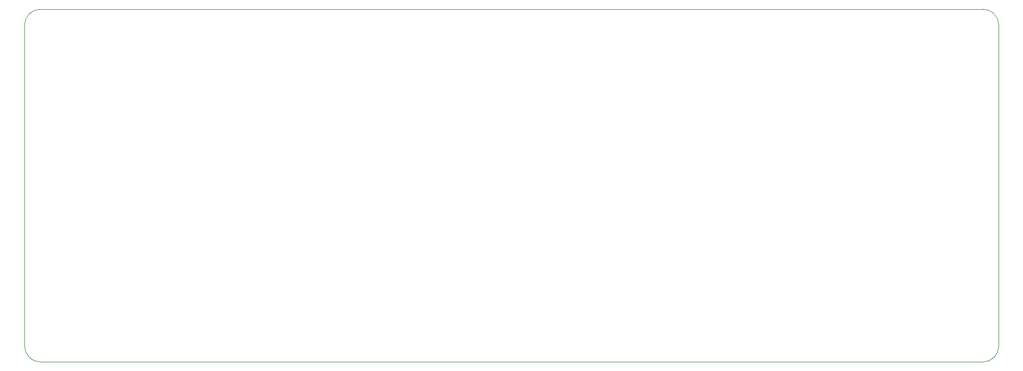
<source format=gbr>
%TF.GenerationSoftware,KiCad,Pcbnew,7.0.0*%
%TF.CreationDate,2023-03-26T13:26:47+08:00*%
%TF.ProjectId,OpenNixie,4f70656e-4e69-4786-9965-2e6b69636164,v3.0*%
%TF.SameCoordinates,Original*%
%TF.FileFunction,Profile,NP*%
%FSLAX46Y46*%
G04 Gerber Fmt 4.6, Leading zero omitted, Abs format (unit mm)*
G04 Created by KiCad (PCBNEW 7.0.0) date 2023-03-26 13:26:47*
%MOMM*%
%LPD*%
G01*
G04 APERTURE LIST*
%TA.AperFunction,Profile*%
%ADD10C,0.050000*%
%TD*%
G04 APERTURE END LIST*
D10*
X77400000Y-69300000D02*
X224400000Y-69300000D01*
X226900000Y-121800000D02*
X226900000Y-71800000D01*
X74900000Y-121800000D02*
X74900000Y-71800000D01*
X74900000Y-121800000D02*
G75*
G03*
X77400000Y-124300000I2500000J0D01*
G01*
X77400000Y-124300000D02*
X224400000Y-124300000D01*
X77400000Y-69300000D02*
G75*
G03*
X74900000Y-71800000I0J-2500000D01*
G01*
X226900000Y-71800000D02*
G75*
G03*
X224400000Y-69300000I-2500000J0D01*
G01*
X224400000Y-124300000D02*
G75*
G03*
X226900000Y-121800000I0J2500000D01*
G01*
M02*

</source>
